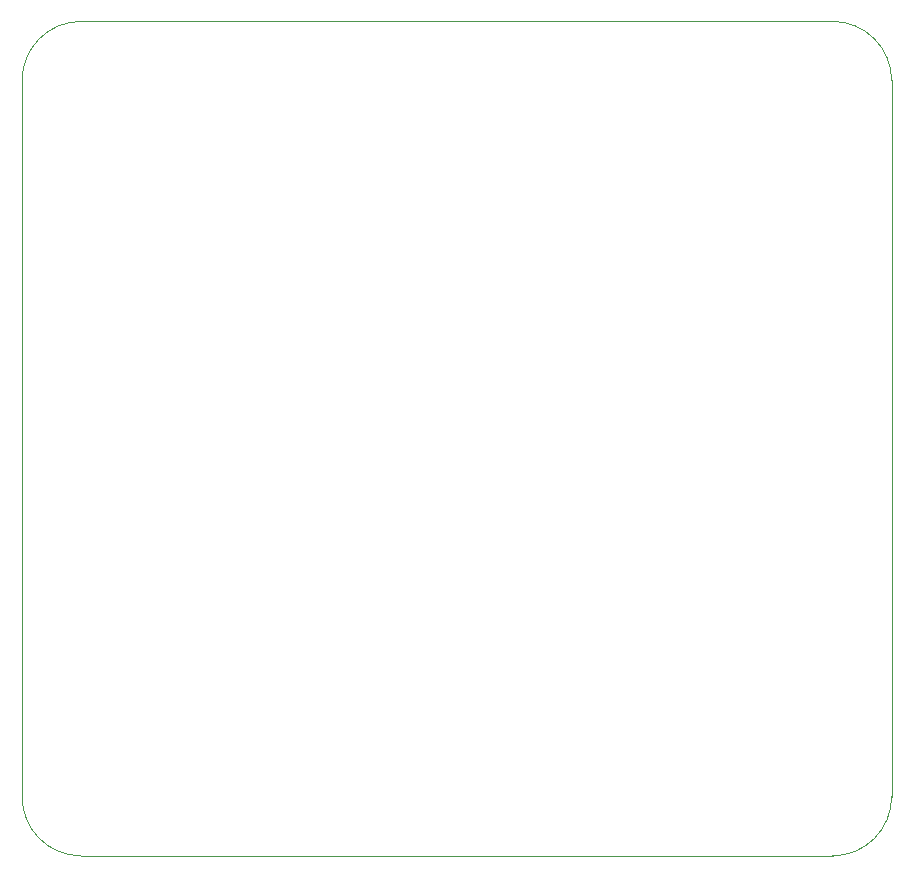
<source format=gbr>
%TF.GenerationSoftware,KiCad,Pcbnew,9.0.0*%
%TF.CreationDate,2025-08-15T19:16:38+03:00*%
%TF.ProjectId,USB-PD-Voltage-supply,5553422d-5044-42d5-966f-6c746167652d,rev?*%
%TF.SameCoordinates,Original*%
%TF.FileFunction,Profile,NP*%
%FSLAX46Y46*%
G04 Gerber Fmt 4.6, Leading zero omitted, Abs format (unit mm)*
G04 Created by KiCad (PCBNEW 9.0.0) date 2025-08-15 19:16:38*
%MOMM*%
%LPD*%
G01*
G04 APERTURE LIST*
%TA.AperFunction,Profile*%
%ADD10C,0.050000*%
%TD*%
G04 APERTURE END LIST*
D10*
X124520877Y-133224999D02*
X188145877Y-133224999D01*
X188145900Y-62575000D02*
X124520877Y-62575000D01*
X193145877Y-128224999D02*
G75*
G02*
X188145877Y-133224977I-4999977J-1D01*
G01*
X119520877Y-67575000D02*
G75*
G02*
X124520877Y-62574977I5000023J0D01*
G01*
X119520877Y-67575000D02*
X119520877Y-128224999D01*
X188145877Y-62575000D02*
G75*
G02*
X193145900Y-67575000I23J-5000000D01*
G01*
X193145877Y-128225000D02*
X193145877Y-67575000D01*
X124520877Y-133224999D02*
G75*
G02*
X119520901Y-128224999I23J4999999D01*
G01*
M02*

</source>
